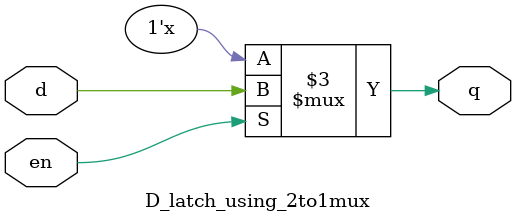
<source format=v>
`timescale 1ns / 1ps


module D_latch_using_2to1mux(input d,en,output reg q);
always @(*)begin
    if(en)
        q=d;
     else
        q=q;
  end
endmodule

</source>
